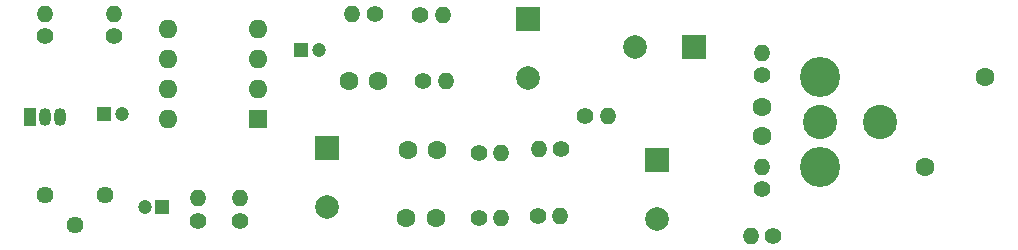
<source format=gbr>
%TF.GenerationSoftware,KiCad,Pcbnew,(6.0.0-0)*%
%TF.CreationDate,2023-11-25T22:37:42-05:00*%
%TF.ProjectId,pinker2,70696e6b-6572-4322-9e6b-696361645f70,rev?*%
%TF.SameCoordinates,Original*%
%TF.FileFunction,Soldermask,Top*%
%TF.FilePolarity,Negative*%
%FSLAX46Y46*%
G04 Gerber Fmt 4.6, Leading zero omitted, Abs format (unit mm)*
G04 Created by KiCad (PCBNEW (6.0.0-0)) date 2023-11-25 22:37:42*
%MOMM*%
%LPD*%
G01*
G04 APERTURE LIST*
%ADD10C,1.400000*%
%ADD11O,1.400000X1.400000*%
%ADD12C,1.600000*%
%ADD13C,3.400000*%
%ADD14C,2.900000*%
%ADD15C,1.440000*%
%ADD16R,1.050000X1.500000*%
%ADD17O,1.050000X1.500000*%
%ADD18R,2.000000X2.000000*%
%ADD19C,2.000000*%
%ADD20R,1.200000X1.200000*%
%ADD21C,1.200000*%
%ADD22R,1.600000X1.600000*%
%ADD23O,1.600000X1.600000*%
G04 APERTURE END LIST*
D10*
%TO.C,R11*%
X160024000Y-87503000D03*
D11*
X161924000Y-87503000D03*
%TD*%
D12*
%TO.C,J1*%
X202700000Y-100330000D03*
X207780000Y-92710000D03*
D13*
X193810000Y-100330000D03*
X193810000Y-92710000D03*
D14*
X193810000Y-96520000D03*
X198890000Y-96520000D03*
%TD*%
D10*
%TO.C,R3*%
X141224000Y-104902000D03*
D11*
X141224000Y-103002000D03*
%TD*%
D15*
%TO.C,R17*%
X133350000Y-102727000D03*
X130810000Y-105267000D03*
X128270000Y-102727000D03*
%TD*%
D12*
%TO.C,C3*%
X161329401Y-104648000D03*
X158829401Y-104648000D03*
%TD*%
D16*
%TO.C,Q1*%
X127000000Y-96118000D03*
D17*
X128270000Y-96118000D03*
X129540000Y-96118000D03*
%TD*%
D10*
%TO.C,R15*%
X189881000Y-106172000D03*
D11*
X187981000Y-106172000D03*
%TD*%
D10*
%TO.C,R1*%
X128270000Y-89297000D03*
D11*
X128270000Y-87397000D03*
%TD*%
D18*
%TO.C,C8*%
X180086000Y-99740323D03*
D19*
X180086000Y-104740323D03*
%TD*%
%TO.C,C6*%
X178215677Y-90170000D03*
D18*
X183215677Y-90170000D03*
%TD*%
D12*
%TO.C,C7*%
X188976000Y-95250000D03*
X188976000Y-97750000D03*
%TD*%
%TO.C,C4*%
X161437000Y-98933000D03*
X158937000Y-98933000D03*
%TD*%
D20*
%TO.C,C9*%
X133248600Y-95864000D03*
D21*
X134748600Y-95864000D03*
%TD*%
D10*
%TO.C,R13*%
X188976000Y-92599000D03*
D11*
X188976000Y-90699000D03*
%TD*%
D22*
%TO.C,U1*%
X146294000Y-96256000D03*
D23*
X146294000Y-93716000D03*
X146294000Y-91176000D03*
X146294000Y-88636000D03*
X138674000Y-88636000D03*
X138674000Y-91176000D03*
X138674000Y-93716000D03*
X138674000Y-96256000D03*
%TD*%
D10*
%TO.C,R4*%
X144780000Y-104902000D03*
D11*
X144780000Y-103002000D03*
%TD*%
D18*
%TO.C,C5*%
X152146000Y-98724323D03*
D19*
X152146000Y-103724323D03*
%TD*%
D10*
%TO.C,R5*%
X169975677Y-104521000D03*
D11*
X171875677Y-104521000D03*
%TD*%
D10*
%TO.C,R14*%
X188976000Y-102251000D03*
D11*
X188976000Y-100351000D03*
%TD*%
D10*
%TO.C,R10*%
X164977000Y-99187000D03*
D11*
X166877000Y-99187000D03*
%TD*%
D10*
%TO.C,R8*%
X160274599Y-93091000D03*
D11*
X162174599Y-93091000D03*
%TD*%
D10*
%TO.C,R6*%
X171958000Y-98806000D03*
D11*
X170058000Y-98806000D03*
%TD*%
D12*
%TO.C,C2*%
X156444599Y-93091000D03*
X153944599Y-93091000D03*
%TD*%
D10*
%TO.C,R7*%
X156142401Y-87376000D03*
D11*
X154242401Y-87376000D03*
%TD*%
D10*
%TO.C,R2*%
X134112000Y-89297000D03*
D11*
X134112000Y-87397000D03*
%TD*%
D10*
%TO.C,R12*%
X173990000Y-96012000D03*
D11*
X175890000Y-96012000D03*
%TD*%
D18*
%TO.C,C11*%
X169164000Y-87802323D03*
D19*
X169164000Y-92802323D03*
%TD*%
D20*
%TO.C,C10*%
X138176000Y-103743000D03*
D21*
X136676000Y-103743000D03*
%TD*%
D20*
%TO.C,C1*%
X149899401Y-90424000D03*
D21*
X151399401Y-90424000D03*
%TD*%
D10*
%TO.C,R9*%
X164957000Y-104648000D03*
D11*
X166857000Y-104648000D03*
%TD*%
M02*

</source>
